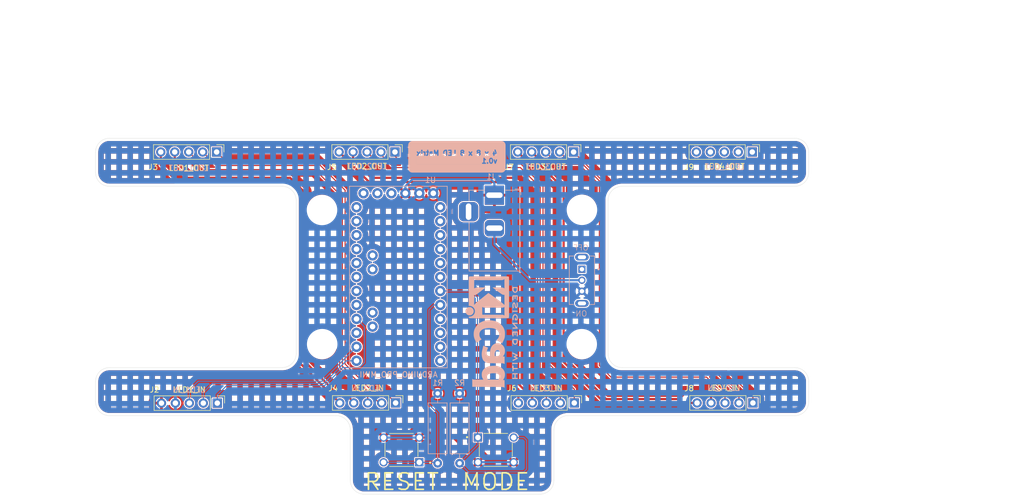
<source format=kicad_pcb>
(kicad_pcb (version 20240108) (generator "pcbnew") (generator_version "8.0")
  (title_block (title "4x8x8 LED Matrix") (date "2024-09-05") (rev "1") (company "AllOkay Solutions"))
  (layers (0 "F.Cu" mixed) (31 "B.Cu" mixed) (34 "B.Paste" user) (35 "F.Paste" user) (36 "B.SilkS" user "B.Silkscreen") (37 "F.SilkS" user "F.Silkscreen") (38 "B.Mask" user) (39 "F.Mask" user) (44 "Edge.Cuts" user))
  (property "BOARD_VERSION" "0")
  (net 0 "")
  (net 1 "VCC")
  (net 2 "/DIN0")
  (net 3 "GND")
  (net 4 "/CLK0")
  (net 5 "/CS0")
  (net 11 "/TIME_RESET")
  (net 12 "/MODE_SELECT")
  (net 42 "/VCC1")
  (net 43 "/CS1")
  (net 44 "/DIN1")
  (net 45 "/CLK1")
  (net 46 "/GND1")
  (net 47 "/DIN2")
  (net 48 "/VCC2")
  (net 49 "/CLK2")
  (net 50 "/CS2")
  (net 51 "/GND2")
  (net 52 "/GND3")
  (net 53 "/VCC3")
  (net 54 "/CS3")
  (net 55 "/DIN3")
  (net 56 "/CLK3")
  (net 57 "/GNDA")
  (footprint "Connector_PinHeader_2.54mm:PinHeader_1x05_P2.54mm_Vertical" (layer "F.Cu") (at 102.665 67.602 -90)
    (property "Reference" "J3")
    (property "Value" "Conn_01x05_Pin" (hide yes))
  )
  (footprint "MountingHole:MountingHole_2.5mm" (layer "F.Cu") (at 169.12 78.122)
    (property "Reference" "H3" (hide yes))
    (property "Value" "MountingHole")
  )
  (footprint "#download:SW_1825967-1" (layer "F.Cu") (at 136.285056 121.802947 180)
    (property "Reference" "S2" (hide yes))
    (property "Value" "1825967-1")
  )
  (footprint "Connector_PinHeader_2.54mm:PinHeader_1x05_P2.54mm_Vertical" (layer "F.Cu") (at 135.105 67.602 -90)
    (property "Reference" "J5")
    (property "Value" "Conn_01x05_Pin" (hide yes))
  )
  (footprint "MountingHole:MountingHole_2.5mm" (layer "F.Cu") (at 121.83 78.122)
    (property "Reference" "H1" (hide yes))
    (property "Value" "MountingHole")
  )
  (footprint "#download:SW_1825967-1" (layer "F.Cu") (at 153.450056 121.791154)
    (property "Reference" "S3" (hide yes))
    (property "Value" "1825967-1")
  )
  (footprint "Connector_PinHeader_2.54mm:PinHeader_1x05_P2.54mm_Vertical" (layer "F.Cu") (at 167.605 67.602 -90)
    (property "Reference" "J7")
    (property "Value" "Conn_01x05_Pin" (hide yes))
  )
  (footprint "MountingHole:MountingHole_2.5mm" (layer "F.Cu") (at 169.12 102.542)
    (property "Reference" "H4" (hide yes))
    (property "Value" "MountingHole")
  )
  (footprint "Connector_PinHeader_2.54mm:PinHeader_1x05_P2.54mm_Vertical" (layer "F.Cu") (at 200.225 113.252 -90)
    (property "Reference" "J8")
    (property "Value" "Conn_01x05_Pin" (hide yes))
  )
  (footprint "Connector_PinHeader_2.54mm:PinHeader_1x05_P2.54mm_Vertical" (layer "F.Cu") (at 102.785 113.282 -90)
    (property "Reference" "J2")
    (property "Value" "Conn_01x05_Pin" (hide yes))
  )
  (footprint "Connector_PinHeader_2.54mm:PinHeader_1x05_P2.54mm_Vertical" (layer "F.Cu") (at 135.225 113.252 -90)
    (property "Reference" "J4")
    (property "Value" "Conn_01x05_Pin" (hide yes))
  )
  (footprint "Connector_PinHeader_2.54mm:PinHeader_1x05_P2.54mm_Vertical" (layer "F.Cu") (at 167.725 113.252 -90)
    (property "Reference" "J6")
    (property "Value" "Conn_01x05_Pin" (hide yes))
  )
  (footprint "Connector_PinHeader_2.54mm:PinHeader_1x05_P2.54mm_Vertical" (layer "F.Cu") (at 200.105 67.602 -90)
    (property "Reference" "J9")
    (property "Value" "Conn_01x05_Pin" (hide yes))
  )
  (footprint "MountingHole:MountingHole_2.5mm" (layer "F.Cu") (at 121.83 102.542)
    (property "Reference" "H2" (hide yes))
    (property "Value" "MountingHole")
  )
  (footprint "Symbol:KiCad-Logo2_8mm_SilkScreen" (layer "B.Cu") (at 151.87 100.347 -90)
    (property "Reference" "REF**" (hide yes))
    (property "Value" "KiCad-Logo2_8mm_SilkScreen" (hide yes))
  )
  (footprint "#download:MODULE_ARDUINO_PRO_MINI" (layer "B.Cu") (at 135.73 90.347 180)
    (property "Reference" "U1")
    (property "Value" "ARDUINO_PRO_MINI")
  )
  (footprint "#download:SW_SS12D07VG4" (layer "B.Cu") (at 169.12 90.932 -90)
    (property "Reference" "S1" (hide yes))
    (property "Value" "SS12D07VG4")
  )
  (footprint "Connector_BarrelJack:BarrelJack_Horizontal" (layer "B.Cu") (at 153.1975 75.457 90)
    (property "Reference" "J1")
    (property "Value" "Barrel_Jack")
  )
  (footprint "Resistor_THT:R_Axial_DIN0309_L9.0mm_D3.2mm_P12.70mm_Horizontal" (layer "B.Cu") (at 146.87 111.522 -90)
    (property "Reference" "R2")
    (property "Value" "R")
  )
  (footprint "Resistor_THT:R_Axial_DIN0309_L9.0mm_D3.2mm_P12.70mm_Horizontal" (layer "B.Cu") (at 142.87 111.522 -90)
    (property "Reference" "R1")
    (property "Value" "R")
  )
  (gr_rect (start 138.262877 70.597) (end 154.477123 66.349798) (stroke (width 1.5)) (fill none) (layer "B.SilkS"))
  (gr_arc (start 176.42 106.817) (mid 174.623949 106.073051) (end 173.88 104.277) (stroke (width 0.05)) (layer "Edge.Cuts"))
  (gr_line (start 117.13 76.387) (end 117.13 104.277) (stroke (width 0.05)) (layer "Edge.Cuts"))
  (gr_line (start 83.17 73.847) (end 114.59 73.847) (stroke (width 0.05)) (layer "Edge.Cuts"))
  (gr_arc (start 164.035 127.307) (mid 163.291051 129.103051) (end 161.495 129.847) (stroke (width 0.05)) (layer "Edge.Cuts"))
  (gr_line (start 210.38 109.357) (end 210.38 113.027) (stroke (width 0.05)) (layer "Edge.Cuts"))
  (gr_line (start 83.17 106.817) (end 114.59 106.817) (stroke (width 0.05)) (layer "Edge.Cuts"))
  (gr_arc (start 114.59 73.847) (mid 116.386051 74.590949) (end 117.13 76.387) (stroke (width 0.05)) (layer "Edge.Cuts"))
  (gr_arc (start 210.38 71.307) (mid 209.636051 73.103051) (end 207.84 73.847) (stroke (width 0.05)) (layer "Edge.Cuts"))
  (gr_arc (start 80.63 109.357) (mid 81.373949 107.560949) (end 83.17 106.817) (stroke (width 0.05)) (layer "Edge.Cuts"))
  (gr_arc (start 83.17 115.567) (mid 81.373949 114.823051) (end 80.63 113.027) (stroke (width 0.05)) (layer "Edge.Cuts"))
  (gr_line (start 166.574884 115.568884) (end 207.84 115.567) (stroke (width 0.05)) (layer "Edge.Cuts"))
  (gr_arc (start 207.84 106.817) (mid 209.636051 107.560949) (end 210.38 109.357) (stroke (width 0.05)) (layer "Edge.Cuts"))
  (gr_line (start 80.63 67.637) (end 80.63 71.307) (stroke (width 0.05)) (layer "Edge.Cuts"))
  (gr_line (start 83.17 115.567) (end 124.425 115.569) (stroke (width 0.05)) (layer "Edge.Cuts"))
  (gr_arc (start 210.38 113.027) (mid 209.636051 114.823051) (end 207.84 115.567) (stroke (width 0.05)) (layer "Edge.Cuts"))
  (gr_line (start 83.17 65.097) (end 207.84 65.097) (stroke (width 0.05)) (layer "Edge.Cuts"))
  (gr_arc (start 207.84 65.097) (mid 209.636051 65.840949) (end 210.38 67.637) (stroke (width 0.05)) (layer "Edge.Cuts"))
  (gr_line (start 176.42 73.847) (end 207.84 73.847) (stroke (width 0.05)) (layer "Edge.Cuts"))
  (gr_line (start 126.965 118.109) (end 126.965 127.307) (stroke (width 0.05)) (layer "Edge.Cuts"))
  (gr_line (start 131.965 129.847) (end 161.495 129.847) (stroke (width 0.05)) (layer "Edge.Cuts"))
  (gr_line (start 210.38 67.637) (end 210.38 71.307) (stroke (width 0.05)) (layer "Edge.Cuts"))
  (gr_arc (start 164.035 118.108884) (mid 164.778913 116.312884) (end 166.574884 115.568884) (stroke (width 0.05)) (layer "Edge.Cuts"))
  (gr_arc (start 83.17 73.847) (mid 81.373949 73.103051) (end 80.63 71.307) (stroke (width 0.05)) (layer "Edge.Cuts"))
  (gr_arc (start 173.88 76.387) (mid 174.623949 74.590949) (end 176.42 73.847) (stroke (width 0.05)) (layer "Edge.Cuts"))
  (gr_arc (start 129.465005 129.846685) (mid 127.694864 129.088855) (end 126.965 127.307) (stroke (width 0.05)) (layer "Edge.Cuts"))
  (gr_arc (start 80.63 67.637) (mid 81.373949 65.840949) (end 83.17 65.097) (stroke (width 0.05)) (layer "Edge.Cuts"))
  (gr_arc (start 117.13 104.277) (mid 116.386051 106.073051) (end 114.59 106.817) (stroke (width 0.05)) (layer "Edge.Cuts"))
  (gr_line (start 80.63 113.027) (end 80.63 109.357) (stroke (width 0.05)) (layer "Edge.Cuts"))
  (gr_line (start 164.035 118.108884) (end 164.035 127.307) (stroke (width 0.05)) (layer "Edge.Cuts"))
  (gr_line (start 173.88 76.387) (end 173.88 104.277) (stroke (width 0.05)) (layer "Edge.Cuts"))
  (gr_line (start 176.42 106.817) (end 207.84 106.817) (stroke (width 0.05)) (layer "Edge.Cuts"))
  (gr_line (start 131.965 129.847) (end 129.465005 129.846685) (stroke (width 0.05)) (layer "Edge.Cuts"))
  (gr_arc (start 124.425 115.569) (mid 126.221051 116.312949) (end 126.965 118.109) (stroke (width 0.05)) (layer "Edge.Cuts"))
  (gr_text "ON" (at 170.12 97.597 0) (layer "B.SilkS") (effects (font (size 1 1) (thickness 0.1)) (justify left bottom mirror)))
  (gr_text "LED3_OUT" (at 162.476094 70.284893 0) (layer "B.SilkS") (effects (font (size 1 1)) (justify mirror)))
  (gr_text "OFF" (at 170.37 85.597 0) (layer "B.SilkS") (effects (font (size 1 1) (thickness 0.1)) (justify left bottom mirror)))
  (gr_text "LED4_IN" (at 194.935247 110.542957 0) (layer "B.SilkS") (effects (font (size 1 1)) (justify mirror)))
  (gr_text "LED2_OUT" (at 130.016941 70.197755 0) (layer "B.SilkS") (effects (font (size 1 1)) (justify mirror)))
  (gr_text "LED4_OUT" (at 195.109524 70.284893 0) (layer "B.SilkS") (effects (font (size 1 1)) (justify mirror)))
  (gr_text "4 x 8 x 8 LED Matrix\nv${BOARD_VERSION}.${REVISION}\n" (at 153.85285 69.765355 0) (layer "B.SilkS" knockout) (effects (font (size 0.9 0.9) (thickness 0.225) (bold yes)) (justify left bottom mirror)))
  (gr_text "LED2_IN" (at 130.12 110.597 0) (layer "B.SilkS") (effects (font (size 1 1)) (justify mirror)))
  (gr_text "LED1_OUT" (at 97.601357 70.546309 0) (layer "B.SilkS") (effects (font (size 1 1)) (justify mirror)))
  (gr_text "LED1_IN" (at 97.62 110.847 0) (layer "B.SilkS") (effects (font (size 1 1)) (justify mirror)))
  (gr_text "LED3_IN" (at 162.62 110.597 0) (layer "B.SilkS") (effects (font (size 1 1)) (justify mirror)))
  (gr_text "MODE" (at 147.12 129.347 0) (layer "F.SilkS") (effects (font (size 3 3) (thickness 0.3)) (justify left bottom)))
  (gr_text "RESET" (at 129.37 129.347 0) (layer "F.SilkS") (effects (font (size 3 3) (thickness 0.3)) (justify left bottom)))
  (segment (start 139.535056 119.552947) (end 145.711849 119.552947) (width 0.4) (layer "F.Cu") (net 1))
  (segment (start 145.711849 119.552947) (end 150.200056 124.041154) (width 0.4) (layer "F.Cu") (net 1))
  (segment (start 152.540056 72.552947) (end 138.290056 72.552947) (width 0.4) (layer "B.Cu") (net 1))
  (segment (start 156.700056 124.041154) (end 156.778263 124.041154) (width 0.4) (layer "B.Cu") (net 1))
  (segment (start 138.290056 72.552947) (end 137 73.843003) (width 0.4) (layer "B.Cu") (net 1))
  (segment (start 153.1975 73.210391) (end 152.540056 72.552947) (width 0.4) (layer "B.Cu") (net 1))
  (segment (start 139.535056 119.552947) (end 133.035056 119.552947) (width 0.4) (layer "B.Cu") (net 1))
  (segment (start 153.1975 75.457) (end 153.1975 73.210391) (width 0.4) (layer "B.Cu") (net 1))
  (segment (start 156.778263 124.041154) (end 150.200056 124.041154) (width 0.4) (layer "B.Cu") (net 1))
  (segment (start 156.778263 124.041154) (end 156.790056 124.052947) (width 0.4) (layer "B.Cu") (net 1))
  (segment (start 137 73.843003) (end 137 75.107) (width 0.4) (layer "B.Cu") (net 1))
  (segment (start 121.854053 109.302947) (end 128.11 103.047) (width 0.2) (layer "B.Cu") (net 2))
  (segment (start 97.705 113.282) (end 97.705 110.888003) (width 0.2) (layer "B.Cu") (net 2))
  (segment (start 97.705 110.888003) (end 99.290056 109.302947) (width 0.2) (layer "B.Cu") (net 2))
  (segment (start 99.290056 109.302947) (end 121.854053 109.302947) (width 0.2) (layer "B.Cu") (net 2))
  (segment (start 102.785 113.282) (end 102.785 111.802947) (width 0.2) (layer "B.Cu") (net 4))
  (segment (start 122.305742 110.102947) (end 125.581889 106.8268) (width 0.2) (layer "B.Cu") (net 4))
  (segment (start 129.540056 99.397056) (end 128.11 97.967) (width 0.2) (layer "B.Cu") (net 4))
  (segment (start 125.581889 106.8268) (end 128.623542 106.8268) (width 0.2) (layer "B.Cu") (net 4))
  (segment (start 128.623542 106.8268) (end 129.540056 105.910286) (width 0.2) (layer "B.Cu") (net 4))
  (segment (start 102.785 111.802947) (end 104.485 110.102947) (width 0.2) (layer "B.Cu") (net 4))
  (segment (start 104.485 110.102947) (end 122.305742 110.102947) (width 0.2) (layer "B.Cu") (net 4))
  (segment (start 129.540056 105.910286) (end 129.540056 99.397056) (width 0.2) (layer "B.Cu") (net 4))
  (segment (start 100.245 113.282) (end 100.245 111.348003) (width 0.2) (layer "B.Cu") (net 5))
  (segment (start 101.890056 109.702947) (end 122.140056 109.702947) (width 0.2) (layer "B.Cu") (net 5))
  (segment (start 122.140056 109.702947) (end 126.256003 105.587) (width 0.2) (layer "B.Cu") (net 5))
  (segment (start 100.245 111.348003) (end 101.890056 109.702947) (width 0.2) (layer "B.Cu") (net 5))
  (segment (start 126.256003 105.587) (end 128.11 105.587) (width 0.2) (layer "B.Cu") (net 5))
  (segment (start 142.166003 95.427) (end 141.290056 96.302947) (width 0.2) (layer "B.Cu") (net 11))
  (segment (start 141.290056 96.302947) (end 141.290056 113.552947) (width 0.2) (layer "B.Cu") (net 11))
  (segment (start 139.535056 124.052947) (end 133.035056 124.052947) (width 0.2) (layer "B.Cu") (net 11))
  (segment (start 139.535056 124.052947) (end 142.700947 124.052947) (width 0.2) (layer "B.Cu") (net 11))
  (segment (start 143.35 95.427) (end 142.166003 95.427) (width 0.2) (layer "B.Cu") (net 11))
  (segment (start 142.700947 124.052947) (end 142.87 124.222) (width 0.2) (layer "B.Cu") (net 11))
  (segment (start 141.290056 113.552947) (end 142.87 115.132891) (width 0.2) (layer "B.Cu") (net 11))
  (segment (start 142.87 115.132891) (end 142.87 124.222) (width 0.2) (layer "B.Cu") (net 11))
  (segment (start 146.87 124.222) (end 150.19651 120.89549) (width 0.2) (layer "B.Cu") (net 12))
  (segment (start 146.87 124.222) (end 148.450947 125.802947) (width 0.2) (layer "B.Cu") (net 12))
  (segment (start 158.528263 119.541154) (end 156.700056 119.541154) (width 0.2) (layer "B.Cu") (net 12))
  (segment (start 150.12195 94.052947) (end 150.12195 119.471053) (width 0.2) (layer "B.Cu") (net 12))
  (segment (start 150.12195 119.471053) (end 150.040056 119.552947) (width 0.2) (layer "B.Cu") (net 12))
  (segment (start 148.956003 92.887) (end 143.35 92.887) (width 0.2) (layer "B.Cu") (net 12))
  (segment (start 159.040056 125.302947) (end 159.040056 120.052947) (width 0.2) (layer "B.Cu") (net 12))
  (segment (start 148.450947 125.802947) (end 158.540056 125.802947) (width 0.2) (layer "B.Cu") (net 12))
  (segment (start 150.12195 94.052947) (end 148.956003 92.887) (width 0.2) (layer "B.Cu") (net 12))
  (segment (start 150.19651 120.89549) (end 150.19651 119.5447) (width 0.2) (layer "B.Cu") (net 12))
  (segment (start 158.540056 125.802947) (end 159.040056 125.302947) (width 0.2) (layer "B.Cu") (net 12))
  (segment (start 150.19651 119.5447) (end 150.200056 119.541154) (width 0.2) (layer "B.Cu") (net 12))
  (segment (start 159.040056 120.052947) (end 158.528263 119.541154) (width 0.2) (layer "B.Cu") (net 12))
  (segment (start 92.505 69.982) (end 92.505 67.602) (width 0.4) (layer "F.Cu") (net 42))
  (segment (start 117.83 106.017) (end 117.83 75.03277) (width 0.4) (layer "F.Cu") (net 42))
  (segment (start 125.065 113.252) (end 117.83 106.017) (width 0.4) (layer "F.Cu") (net 42))
  (segment (start 117.83 75.03277) (end 115.850177 73.052947) (width 0.4) (layer "F.Cu") (net 42))
  (segment (start 115.850177 73.052947) (end 95.575947 73.052947) (width 0.4) (layer "F.Cu") (net 42))
  (segment (start 95.575947 73.052947) (end 92.505 69.982) (width 0.4) (layer "F.Cu") (net 42))
  (segment (start 125.540056 75.020104) (end 120.572899 70.052947) (width 0.2) (layer "F.Cu") (net 43))
  (segment (start 132.239109 113.252) (end 125.540056 106.552947) (width 0.2) (layer "F.Cu") (net 43))
  (segment (start 102.575947 70.052947) (end 100.125 67.602) (width 0.2) (layer "F.Cu") (net 43))
  (segment (start 125.540056 106.552947) (end 125.540056 75.020104) (width 0.2) (layer "F.Cu") (net 43))
  (segment (start 120.572899 70.052947) (end 102.575947 70.052947) (width 0.2) (layer "F.Cu") (net 43))
  (segment (start 132.685 113.252) (end 132.239109 113.252) (width 0.2) (layer "F.Cu") (net 43))
  (segment (start 125.040056 75.302947) (end 120.540056 70.802947) (width 0.2) (layer "F.Cu") (net 44))
  (segment (start 120.540056 70.802947) (end 100.790056 70.802947) (width 0.2) (layer "F.Cu") (net 44))
  (segment (start 98.544165 68.557056) (end 98.540056 68.557056) (width 0.2) (layer "F.Cu") (net 44))
  (segment (start 100.790056 70.802947) (end 98.544165 68.557056) (width 0.2) (layer "F.Cu") (net 44))
  (segment (start 125.040056 106.802947) (end 125.040056 75.302947) (width 0.2) (layer "F.Cu") (net 44))
  (segment (start 98.540056 68.557056) (end 97.585 67.602) (width 0.2) (layer "F.Cu") (net 44))
  (segment (start 130.145 111.907891) (end 125.040056 106.802947) (width 0.2) (layer "F.Cu") (net 44))
  (segment (start 130.145 113.252) (end 130.145 111.907891) (width 0.2) (layer "F.Cu") (net 44))
  (segment (start 133.07 111.097) (end 130.962003 111.097) (width 0.2) (layer "F.Cu") (net 45))
  (segment (start 120.790056 69.302947) (end 104.365947 69.302947) (width 0.2) (layer "F.Cu") (net 45))
  (segment (start 126.040056 74.552947) (end 120.790056 69.302947) (width 0.2) (layer "F.Cu") (net 45))
  (segment (start 135.225 113.252) (end 133.07 111.097) (width 0.2) (layer "F.Cu") (net 45))
  (segment (start 130.962003 111.097) (end 126.040056 106.175053) (width 0.2) (layer "F.Cu") (net 45))
  (segment (start 126.040056 106.175053) (end 126.040056 74.552947) (width 0.2) (layer "F.Cu") (net 45))
  (segment (start 104.365947 69.302947) (end 102.665 67.602) (width 0.2) (layer "F.Cu") (net 45))
  (segment (start 118.540056 74.802947) (end 116.040056 72.302947) (width 0.4) (layer "F.Cu") (net 46))
  (segment (start 124.084109 111.097) (end 118.540056 105.552947) (width 0.4) (layer "F.Cu") (net 46))
  (segment (start 125.584109 111.097) (end 124.084109 111.097) (width 0.4) (layer "F.Cu") (net 46))
  (segment (start 127.605 113.117891) (end 125.584109 111.097) (width 0.4) (layer "F.Cu") (net 46))
  (segment (start 116.040056 72.302947) (end 97.325947 72.302947) (width 0.4) (layer "F.Cu") (net 46))
  (segment (start 97.325947 72.302947) (end 95.045 70.022) (width 0.4) (layer "F.Cu") (net 46))
  (segment (start 118.540056 105.552947) (end 118.540056 74.802947) (width 0.4) (layer "F.Cu") (net 46))
  (segment (start 127.605 113.252) (end 127.605 113.117891) (width 0.4) (layer "F.Cu") (net 46))
  (segment (start 95.045 70.022) (end 95.045 67.602) (width 0.4) (layer "F.Cu") (net 46))
  (segment (start 133.475947 71.052947) (end 130.025 67.602) (width 0.2) (layer "F.Cu") (net 47))
  (segment (start 162.645 110.657891) (end 161.040056 109.052947) (width 0.2) (layer "F.Cu") (net 47))
  (segment (start 162.645 113.252) (end 162.645 110.657891) (width 0.2) (layer "F.Cu") (net 47))
  (segment (start 161.040056 74.302947) (end 157.790056 71.052947) (width 0.2) (layer "F.Cu") (net 47))
  (segment (start 157.790056 71.052947) (end 133.475947 71.052947) (width 0.2) (layer "F.Cu") (net 47))
  (segment (start 161.040056 109.052947) (end 161.040056 74.302947) (width 0.2) (layer "F.Cu") (net 47))
  (segment (start 156.290056 73.052947) (end 130.395947 73.052947) (width 0.4) (layer "F.Cu") (net 48))
  (segment (start 156.790056 73.552947) (end 156.290056 73.052947) (width 0.4) (layer "F.Cu") (net 48))
  (segment (start 157.565 110.827891) (end 156.790056 110.052947) (width 0.4) (layer "F.Cu") (net 48))
  (segment (start 130.395947 73.052947) (end 124.945 67.602) (width 0.4) (layer "F.Cu") (net 48))
  (segment (start 156.790056 110.052947) (end 156.790056 73.552947) (width 0.4) (layer "F.Cu") (net 48))
  (segment (start 157.565 113.252) (end 157.565 110.827891) (width 0.4) (layer "F.Cu") (net 48))
  (segment (start 162.040056 105.052947) (end 162.040056 73.802947) (width 0.2) (layer "F.Cu") (net 49))
  (segment (start 158.040056 69.802947) (end 136.548002 69.802947) (width 0.2) (layer "F.Cu") (net 49))
  (segment (start 167.725 113.252) (end 167.725 110.737891) (width 0.2) (layer "F.Cu") (net 49))
  (segment (start 162.040056 73.802947) (end 158.040056 69.802947) (width 0.2) (layer "F.Cu") (net 49))
  (segment (start 136.548002 69.802947) (end 135.105 68.359945) (width 0.2) (layer "F.Cu") (net 49))
  (segment (start 135.105 68.359945) (end 135.105 67.602) (width 0.2) (layer "F.Cu") (net 49))
  (segment (start 167.725 110.737891) (end 162.040056 105.052947) (width 0.2) (layer "F.Cu") (net 49))
  (segment (start 157.917381 70.430272) (end 134.905326 70.430272) (width 0.2) (layer "F.Cu") (net 50))
  (segment (start 165.185 113.252) (end 165.185 110.697891) (width 0.2) (layer "F.Cu") (net 50))
  (segment (start 161.540056 107.052947) (end 161.540056 74.052947) (width 0.2) (layer "F.Cu") (net 50))
  (segment (start 165.185 110.697891) (end 161.540056 107.052947) (width 0.2) (layer "F.Cu") (net 50))
  (segment (start 161.540056 74.052947) (end 157.917381 70.430272) (width 0.2) (layer "F.Cu") (net 50))
  (segment (start 132.565 68.089946) (end 132.565 67.602) (width 0.2) (layer "F.Cu") (net 50))
  (segment (start 134.905326 70.430272) (end 132.565 68.089946) (width 0.2) (layer "F.Cu") (net 50))
  (segment (start 160.105 113.252) (end 160.105 112.332) (width 0.4) (layer "F.Cu") (net 51))
  (segment (start 130.808001 72.302947) (end 127.485 68.979946) (width 0.4) (layer "F.Cu") (net 51))
  (segment (start 156.540056 72.302947) (end 130.808001 72.302947) (width 0.4) (layer "F.Cu") (net 51))
  (segment (start 157.540056 73.302947) (end 156.540056 72.302947) (width 0.4) (layer "F.Cu") (net 51))
  (segment (start 157.540056 109.767056) (end 157.540056 73.302947) (width 0.4) (layer "F.Cu") (net 51))
  (segment (start 160.105 112.332) (end 157.540056 109.767056) (width 0.4) (layer "F.Cu") (net 51))
  (segment (start 127.485 68.979946) (end 127.485 67.602) (width 0.4) (layer "F.Cu") (net 51))
  (segment (start 186.790056 112.552947) (end 173.540056 112.552947) (width 0.4) (layer "F.Cu") (net 52))
  (segment (start 192.605 112.052947) (end 192.105 111.552947) (width 0.4) (layer "F.Cu") (net 52))
  (segment (start 173.540056 112.552947) (end 165.790056 104.802947) (width 0.4) (layer "F.Cu") (net 52))
  (segment (start 192.105 111.552947) (end 187.790056 111.552947) (width 0.4) (layer "F.Cu") (net 52))
  (segment (start 165.790056 104.802947) (end 165.790056 73.407056) (width 0.4) (layer "F.Cu") (net 52))
  (segment (start 187.790056 111.552947) (end 186.790056 112.552947) (width 0.4) (layer "F.Cu") (net 52))
  (segment (start 165.790056 73.407056) (end 159.985 67.602) (width 0.4) (layer "F.Cu") (net 52))
  (segment (start 192.605 113.252) (end 192.605 112.052947) (width 0.4) (layer "F.Cu") (net 52))
  (segment (start 159.69 69.847) (end 157.445 67.602) (width 0.4) (layer "F.Cu") (net 53))
  (segment (start 190.065 113.252) (end 173.239109 113.252) (width 0.4) (layer "F.Cu") (net 53))
  (segment (start 161.381472 69.847) (end 159.69 69.847) (width 0.4) (layer "F.Cu") (net 53))
  (segment (start 165.190056 105.202947) (end 165.190056 73.655584) (width 0.4) (layer "F.Cu") (net 53))
  (segment (start 165.190056 73.655584) (end 161.381472 69.847) (width 0.4) (layer "F.Cu") (net 53))
  (segment (start 173.239109 113.252) (end 165.190056 105.202947) (width 0.4) (layer "F.Cu") (net 53))
  (segment (start 172.790056 73.352742) (end 168.884314 69.447) (width 0.2) (layer "F.Cu") (net 54))
  (segment (start 174.647645 108.052947) (end 172.790056 106.195358) (width 0.2) (layer "F.Cu") (net 54))
  (segment (start 197.685 113.252) (end 197.685 111.912) (width 0.2) (layer "F.Cu") (net 54))
  (segment (start 197.685 111.912) (end 193.825947 108.052947) (width 0.2) (layer "F.Cu") (net 54))
  (segment (start 168.884314 69.447) (end 166.91 69.447) (width 0.2) (layer "F.Cu") (net 54))
  (segment (start 166.91 69.447) (end 165.065 67.602) (width 0.2) (layer "F.Cu") (net 54))
  (segment (start 172.790056 106.195358) (end 172.790056 73.352742) (width 0.2) (layer "F.Cu") (net 54))
  (segment (start 193.825947 108.052947) (end 174.647645 108.052947) (width 0.2) (layer "F.Cu") (net 54))
  (segment (start 172.290056 73.552947) (end 168.584109 69.847) (width 0.2) (layer "F.Cu") (net 55))
  (segment (start 191.790056 108.552947) (end 174.403656 108.552947) (width 0.2) (layer "F.Cu") (net 55))
  (segment (start 195.145 111.907891) (end 191.790056 108.552947) (width 0.2) (layer "F.Cu") (net 55))
  (segment (start 168.584109 69.847) (end 164.77 69.847) (width 0.2) (layer "F.Cu") (net 55))
  (segment (start 195.145 113.252) (end 195.145 111.907891) (width 0.2) (layer "F.Cu") (net 55))
  (segment (start 172.290056 106.439347) (end 172.290056 73.552947) (width 0.2) (layer "F.Cu") (net 55))
  (segment (start 174.403656 108.552947) (end 172.290056 106.439347) (width 0.2) (layer "F.Cu") (net 55))
  (segment (start 164.77 69.847) (end 162.525 67.602) (width 0.2) (layer "F.Cu") (net 55))
  (segment (start 200.225 112.202) (end 195.44 107.417) (width 0.2) (layer "F.Cu") (net 56))
  (segment (start 195.44 107.417) (end 174.69 107.417) (width 0.2) (layer "F.Cu") (net 56))
  (segment (start 173.28 73.277) (end 167.605 67.602) (width 0.2) (layer "F.Cu") (net 56))
  (segment (start 173.28 106.007) (end 173.28 73.277) (width 0.2) (layer "F.Cu") (net 56))
  (segment (start 200.225 113.252) (end 200.225 112.202) (width 0.2) (layer "F.Cu") (net 56))
  (segment (start 174.69 107.417) (end 173.28 106.007) (width 0.2) (layer "F.Cu") (net 56))
  (segment (start 153.1975 84.397846) (end 159.731654 90.932) (width 0.4) (layer "B.Cu") (net 57))
  (segment (start 153.1975 81.457) (end 153.1975 84.397846) (width 0.4) (layer "B.Cu") (net 57))
  (segment (start 159.731654 90.932) (end 169.12 90.932) (width 0.4) (layer "B.Cu") (net 57))
  (zone (net 0) (net_name "") (layer "F.Cu") (connect_pads (clearance 0)) (min_thickness 0.3)
    (keepout (tracks allowed) (vias allowed) (pads allowed) (copperpour not_allowed) (footprints allowed))
    (fill (mode hatch) (thermal_gap 0.5) (thermal_bridge_width 0.5) (hatch_thickness 1) (hatch_gap 1) (hatch_orientation 0) (hatch_border_algorithm hatch_thickness) (hatch_min_hole_area 0.3))
    (polygon (pts (xy 124.612467 102.542) (xy 124.59218 102.206611) (xy 124.531614 101.876112) (xy 124.431652 101.555324) (xy 124.293752 101.248923) (xy 124.119925 100.961379) (xy 123.912706 100.696883) (xy 123.675117 100.459294) (xy 123.410621 100.252075) (xy 123.123077 100.078248) (xy 122.816676 99.940348) (xy 122.495888 99.840386) (xy 122.165389 99.77982) (xy 121.83 99.759533) (xy 121.494611 99.77982) (xy 121.164112 99.840386) (xy 120.843324 99.940348) (xy 120.536923 100.078248) (xy 120.249379 100.252075) (xy 119.984883 100.459294) (xy 119.747294 100.696883) (xy 119.540075 100.961379) (xy 119.366248 101.248923) (xy 119.228348 101.555324) (xy 119.128386 101.876112) (xy 119.06782 102.206611) (xy 119.047533 102.542) (xy 119.06782 102.877389) (xy 119.128386 103.207888) (xy 119.228348 103.528676) (xy 119.366248 103.835077) (xy 119.540075 104.122621) (xy 119.747294 104.387117) (xy 119.984883 104.624706) (xy 120.249379 104.831925) (xy 120.536923 105.005752) (xy 120.843324 105.143652) (xy 121.164112 105.243614) (xy 121.494611 105.30418) (xy 121.83 105.324467) (xy 122.165389 105.30418) (xy 122.495888 105.243614) (xy 122.816676 105.143652) (xy 123.123077 105.005752) (xy 123.410621 104.831925) (xy 123.675117 104.624706) (xy 123.912706 104.387117) (xy 124.119925 104.122621) (xy 124.293752 103.835077) (xy 124.431652 103.528676) (xy 124.531614 103.207888) (xy 124.59218 102.877389) (xy 124.612467 102.542)))
  )
  (zone (net 0) (net_name "") (layer "F.Cu") (connect_pads (clearance 0)) (min_thickness 0.3)
    (keepout (tracks allowed) (vias allowed) (pads allowed) (copperpour not_allowed) (footprints allowed))
    (fill (mode hatch) (thermal_gap 0.5) (thermal_bridge_width 0.5) (hatch_thickness 1) (hatch_gap 1) (hatch_orientation 0) (hatch_border_algorithm hatch_thickness) (hatch_min_hole_area 0.3))
    (polygon (pts (xy 124.63556 78.146021) (xy 124.615273 77.810632) (xy 124.554707 77.480133) (xy 124.454745 77.159345) (xy 124.316845 76.852944) (xy 124.143018 76.5654) (xy 123.935799 76.300904) (xy 123.69821 76.063315) (xy 123.433714 75.856096) (xy 123.14617 75.682269) (xy 122.839769 75.544369) (xy 122.518981 75.444407) (xy 122.188482 75.383841) (xy 121.853093 75.363554) (xy 121.517704 75.383841) (xy 121.187205 75.444407) (xy 120.866417 75.544369) (xy 120.560016 75.682269) (xy 120.272472 75.856096) (xy 120.007976 76.063315) (xy 119.770387 76.300904) (xy 119.563168 76.5654) (xy 119.389341 76.852944) (xy 119.251441 77.159345) (xy 119.151479 77.480133) (xy 119.090913 77.810632) (xy 119.070626 78.146021) (xy 119.090913 78.48141) (xy 119.151479 78.811909) (xy 119.251441 79.132697) (xy 119.389341 79.439098) (xy 119.563168 79.726642) (xy 119.770387 79.991138) (xy 120.007976 80.228727) (xy 120.272472 80.435946) (xy 120.560016 80.609773) (xy 120.866417 80.747673) (xy 121.187205 80.847635) (xy 121.517704 80.908201) (xy 121.853093 80.928488) (xy 122.188482 80.908201) (xy 122.518981 80.847635) (xy 122.839769 80.747673) (xy 123.14617 80.609773) (xy 123.433714 80.435946) (xy 123.69821 80.228727) (xy 123.935799 79.991138) (xy 124.143018 79.726642) (xy 124.316845 79.439098) (xy 124.454745 79.132697) (xy 124.554707 78.811909) (xy 124.615273 78.48141)))
  )
  (zone (net 1) (net_name "VCC") (layer "F.Cu") (connect_pads (clearance 0)) (min_thickness 0.3) (fill yes (mode hatch) (thermal_gap 0.5) (thermal_bridge_width 0.5) (hatch_thickness 1) (hatch_gap 1) (hatch_orientation 0) (hatch_border_algorithm hatch_thickness) (hatch_min_hole_area 0.3))
    (polygon (pts (xy 129.426663 129.876685) (xy 129.262087 129.871482) (xy 128.936284 129.823796) (xy 128.619374 129.734407) (xy 128.316673 129.604815) (xy 128.033257 129.437193) (xy 127.773878 129.234352) (xy 127.542886 128.999694) (xy 127.344155 128.737153) (xy 127.181016 128.451133) (xy 127.056207 128.146429) (xy 126.971819 127.828151) (xy 126.929269 127.501637) (xy 126.926658 127.337) (xy 126.926658 118.139) (xy 126.924341 117.985498) (xy 126.887336 117.680734) (xy 126.813865 117.382652) (xy 126.705 117.095599) (xy 126.562329 116.823761) (xy 126.387931 116.571103) (xy 126.18435 116.341308) (xy 125.954555 116.137727) (xy 125.701897 115.963329) (xy 125.430059 115.820658) (xy 125.143006 115.711793) (xy 124.844924 115.638322) (xy 124.54016 115.601317) (xy 124.386658 115.599) (xy 83.131658 115.597) (xy 82.978156 115.594683) (xy 82.673392 115.557678) (xy 82.37531 115.484207) (xy 82.088257 115.375342) (xy 81.816419 115.232671) (xy 81.563761 115.058273) (xy 81.333966 114.854692) (xy 81.130385 114.624897) (xy 80.955987 114.372239) (xy 80.813316 114.100401) (xy 80.704451 113.813348) (xy 80.63098 113.515266) (xy 80.593975 113.210502) (xy 80.591658 113.057) (xy 80.591658 109.387) (xy 80.593975 109.233498) (xy 80.63098 108.928734) (xy 80.704451 108.630652) (xy 80.813316 108.343599) (xy 80.955987 108.071761) (xy 81.130385 107.819103) (xy 81.333966 107.589308) (xy 81.563761 107.385727) (xy 81.816419 107.211329) (xy 82.088257 107.068658) (xy 82.37531 106.959793) (xy 82.673392 106.886322) (xy 82.978156 106.849317) (xy 83.131658 106.847) (xy 114.551658 106.847) (xy 114.70516 106.844683) (xy 115.009924 106.807678) (xy 115.308006 106.734207) (xy 115.595059 106.625342) (xy 115.866897 106.482671) (xy 116.119555 106.308273) (xy 116.34935 106.104692) (xy 116.552931 105.874897) (xy 116.727329 105.622239) (xy 116.87 105.350401) (xy 116.978865 105.063348) (xy 117.052336 104.765266) (xy 117.089341 104.460502) (xy 117.091658 104.307) (xy 117.091658 76.417) (xy 117.089341 76.263498) (xy 117.052336 75.958734) (xy 116.978865 75.660652) (xy 116.87 75.373599) (xy 116.727329 75.101761) (xy 116.552931 74.849103) (xy 116.34935 74.619308) (xy 116.119555 74.415727) (xy 115.866897 74.241329) (xy 115.595059 74.098658) (xy 115.308006 73.989793) (xy 115.009924 73.916322) (xy 114.70516 73.879317) (xy 114.551658 73.877) (xy 83.131658 73.877) (xy 82.978156 73.874683) (xy 82.673392 73.837678) (xy 82.37531 73.764207) (xy 82.088257 73.655342) (xy 81.816419 73.512671) (xy 81.563761 73.338273) (xy 81.333966 73.134692) (xy 81.130385 72.904897) (xy 80.955987 72.652239) (xy 80.813316 72.380401) (xy 80.704451 72.093348) (xy 80.63098 71.795266) (xy 80.593975 71.490502) (xy 80.591658 71.337) (xy 80.591658 67.667) (xy 80.593975 67.513498) (xy 80.63098 67.208734) (xy 80.704451 66.910652) (xy 80.813316 66.623599) (xy 80.955987 66.351761) (xy 81.130385 66.099103) (xy 81.333966 65.869308) (xy 81.563761 65.665727) (xy 81.816419 65.491329) (xy 82.088257 65.348658) (xy 82.37531 65.239793) (xy 82.673392 65.166322) (xy 82.978156 65.129317) (xy 83.131658 65.127) (xy 207.801658 65.127) (xy 207.95516 65.129317) (xy 208.259924 65.166322) (xy 208.558006 65.239793) (xy 208.845059 65.348658) (xy 209.116897 65.491329) (xy 209.369555 65.665727) (xy 209.59935 65.869308) (xy 209.802931 66.099103) (xy 209.977329 66.351761) (xy 210.12 66.623599) (xy 210.228865 66.910652) (xy 210.302336 67.208734) (xy 210.339341 67.513498) (xy 210.341658 67.667) (xy 210.341658 71.337) (xy 210.339341 71.490502) (xy 210.302336 71.795266) (xy 210.228865 72.093348) (xy 210.12 72.380401) (xy 209.977329 72.652239) (xy 209.802931 72.904897) (xy 209.59935 73.134692) (xy 209.369555 73.338273) (xy 209.116897 73.512671) (xy 208.845059 73.655342) (xy 208.558006 73.764207) (xy 208.259924 73.837678) (xy 207.95516 73.874683) (xy 207.801658 73.877) (xy 176.381658 73.877) (xy 176.228156 73.879317) (xy 175.923392 73.916322) (xy 175.62531 73.989793) (xy 175.338257 74.098658) (xy 175.066419 74.241329) (xy 174.813761 74.415727) (xy 174.583966 74.619308) (xy 174.380385 74.849103) (xy 174.205987 75.101761) (xy 174.063316 75.373599) (xy 173.954451 75.660652) (xy 173.88098 75.958734) (xy 173.843975 76.263498) (xy 173.841658 76.417) (xy 173.841658 104.307) (xy 173.843975 104.460502) (xy 173.88098 104.765266) (xy 173.954451 105.063348) (xy 174.063316 105.350401) (xy 174.205987 105.622239) (xy 174.380385 105.874897) (xy 174.583966 106.104692) (xy 174.813761 106.308273) (xy 175.066419 106.482671) (xy 175.338257 106.625342) (xy 175.62531 106.734207) (xy 175.923392 106.807678) (xy 176.228156 106.844683) (xy 176.381658 106.847) (xy 207.801658 106.847) (xy 207.95516 106.849317) (xy 208.259924 106.886322) (xy 208.558006 106.959793) (xy 208.845059 107.068658) (xy 209.116897 107.211329) (xy 209.369555 107.385727) (xy 209.59935 107.589308) (xy 209.802931 107.819103) (xy 209.977329 108.071761) (xy 210.12 108.343599) (xy 210.228865 108.630652) (xy 210.302336 108.928734) (xy 210.339341 109.233498) (xy 210.341658 109.387) (xy 210.341658 113.057) (xy 210.339341 113.210502) (xy 210.302336 113.515266) (xy 210.228865 113.813348) (xy 210.12 114.100401) (xy 209.977329 114.372239) (xy 209.802931 114.624897) (xy 209.59935 114.854692) (xy 209.369555 115.058273) (xy 209.116897 115.232671) (xy 208.845059 115.375342) (xy 208.558006 115.484207) (xy 208.259924 115.557678) (xy 207.95516 115.594683) (xy 207.801658 115.597) (xy 166.536542 115.598884) (xy 166.383045 115.601209) (xy 166.078292 115.638229) (xy 165.780223 115.71171) (xy 165.493184 115.820583) (xy 165.22136 115.96326) (xy 164.968714 116.13766) (xy 164.738932 116.34124) (xy 164.535362 116.571032) (xy 164.360974 116.823685) (xy 164.21831 117.095516) (xy 164.10945 117.38256) (xy 164.035982 117.680633) (xy 163.998976 117.985387) (xy 163.996658 118.138884) (xy 163.996658 127.337) (xy 163.994341 127.490502) (xy 163.957336 127.795266) (xy 163.883865 128.093348) (xy 163.775 128.380401) (xy 163.632329 128.652239) (xy 163.457931 128.904897) (xy 163.25435 129.134692) (xy 163.024555 129.338273) (xy 162.771897 129.512671) (xy 162.500059 129.655342) (xy 162.213006 129.764207) (xy 161.914924 129.837678) (xy 161.61016 129.874683) (xy 161.456658 129.877) (xy 131.926658 129.877)))
  )
  (zone (net 0) (net_name "") (layer "F.Cu") (connect_pads (clearance 0)) (min_thickness 0.3)
    (keepout (tracks allowed) (vias allowed) (pads allowed) (copperpour not_allowed) (footprints allowed))
    (fill (mode hatch) (thermal_gap 0.5) (thermal_bridge_width 0.5) (hatch_thickness 1) (hatch_gap 1) (hatch_orientation 0) (hatch_border_algorithm hatch_thickness) (hatch_min_hole_area 0.3))
    (polygon (pts (xy 171.901248 102.557488) (xy 171.880961 102.222099) (xy 171.820395 101.8916) (xy 171.720433 101.570812) (xy 171.582533 101.264411) (xy 171.408706 100.976867) (xy 171.201487 100.712371) (xy 170.963898 100.474782) (xy 170.699402 100.267563) (xy 170.411858 100.093736) (xy 170.105457 99.955836) (xy 169.784669 99.855874) (xy 169.45417 99.795308) (xy 169.118781 99.775021) (xy 168.783392 99.795308) (xy 168.452893 99.855874) (xy 168.132105 99.955836) (xy 167.825704 100.093736) (xy 167.53816 100.267563) (xy 167.273664 100.474782) (xy 167.036075 100.712371) (xy 166.828856 100.976867) (xy 166.655029 101.264411) (xy 166.517129 101.570812) (xy 166.417167 101.8916) (xy 166.356601 102.222099) (xy 166.336314 102.557488) (xy 166.356601 102.892877) (xy 166.417167 103.223376) (xy 166.517129 103.544164) (xy 166.655029 103.850565) (xy 166.828856 104.138109) (xy 167.036075 104.402605) (xy 167.273664 104.640194) (xy 167.53816 104.847413) (xy 167.825704 105.02124) (xy 168.132105 105.15914) (xy 168.452893 105.259102) (xy 168.783392 105.319668) (xy 169.118781 105.339955) (xy 169.45417 105.319668) (xy 169.784669 105.259102) (xy 170.105457 105.15914) (xy 170.411858 105.02124) (xy 170.699402 104.847413) (xy 170.963898 104.640194) (xy 171.201487 104.402605) (xy 171.408706 104.138109) (xy 171.582533 103.850565) (xy 171.720433 103.544164) (xy 171.820395 103.223376) (xy 171.880961 102.892877)))
  )
  (zone (net 0) (net_name "") (layer "F.Cu") (connect_pads (clearance 0)) (min_thickness 0.3)
    (keepout (tracks allowed) (vias allowed) (pads allowed) (copperpour not_allowed) (footprints allowed))
    (fill (mode hatch) (thermal_gap 0.5) (thermal_bridge_width 0.5) (hatch_thickness 1) (hatch_gap 1) (hatch_orientation 0) (hatch_border_algorithm hatch_thickness) (hatch_min_hole_area 0.3))
    (polygon (pts (xy 171.901248 78.113121) (xy 171.880961 77.777732) (xy 171.820395 77.447233) (xy 171.720433 77.126445) (xy 171.582533 76.820044) (xy 171.408706 76.5325) (xy 171.201487 76.268004) (xy 170.963898 76.030415) (xy 170.699402 75.823196) (xy 170.411858 75.649369) (xy 170.105457 75.511469) (xy 169.784669 75.411507) (xy 169.45417 75.350941) (xy 169.118781 75.330654) (xy 168.783392 75.350941) (xy 168.452893 75.411507) (xy 168.132105 75.511469) (xy 167.825704 75.649369) (xy 167.53816 75.823196) (xy 167.273664 76.030415) (xy 167.036075 76.268004) (xy 166.828856 76.5325) (xy 166.655029 76.820044) (xy 166.517129 77.126445) (xy 166.417167 77.447233) (xy 166.356601 77.777732) (xy 166.336314 78.113121) (xy 166.356601 78.44851) (xy 166.417167 78.779009) (xy 166.517129 79.099797) (xy 166.655029 79.406198) (xy 166.828856 79.693742) (xy 167.036075 79.958238) (xy 167.273664 80.195827) (xy 167.53816 80.403046) (xy 167.825704 80.576873) (xy 168.132105 80.714773) (xy 168.452893 80.814735) (xy 168.783392 80.875301) (xy 169.118781 80.895588) (xy 169.45417 80.875301) (xy 169.784669 80.814735) (xy 170.105457 80.714773) (xy 170.411858 80.576873) (xy 170.699402 80.403046) (xy 170.963898 80.195827) (xy 171.201487 79.958238) (xy 171.408706 79.693742) (xy 171.582533 79.406198) (xy 171.720433 79.099797) (xy 171.820395 78.779009) (xy 171.880961 78.44851)))
  )
  (zone (net 0) (net_name "") (layer "B.Cu") (connect_pads (clearance 0)) (min_thickness 0.3)
    (keepout (tracks allowed) (vias allowed) (pads allowed) (copperpour not_allowed) (footprints allowed))
    (fill (mode hatch) (thermal_gap 0.5) (thermal_bridge_width 0.5) (hatch_thickness 1) (hatch_gap 1) (hatch_orientation 0) (hatch_border_algorithm hatch_thickness) (hatch_min_hole_area 0.3))
    (polygon (pts (xy 124.65084 102.56549) (xy 124.630553 102.230101) (xy 124.569987 101.899602) (xy 124.470025 101.578814) (xy 124.332125 101.272413) (xy 124.158298 100.984869) (xy 123.951079 100.720373) (xy 123.71349 100.482784) (xy 123.448994 100.275565) (xy 123.16145 100.101738) (xy 122.855049 99.963838) (xy 122.534261 99.863876) (xy 122.203762 99.80331) (xy 121.868373 99.783023) (xy 121.532984 99.80331) (xy 121.202485 99.863876) (xy 120.881697 99.963838) (xy 120.575296 100.101738) (xy 120.287752 100.275565) (xy 120.023256 100.482784) (xy 119.785667 100.720373) (xy 119.578448 100.984869) (xy 119.404621 101.272413) (xy 119.266721 101.578814) (xy 119.166759 101.899602) (xy 119.106193 102.230101) (xy 119.085906 102.56549) (xy 119.106193 102.900879) (xy 119.166759 103.231378) (xy 119.266721 103.552166) (xy 119.404621 103.858567) (xy 119.578448 104.146111) (xy 119.785667 104.410607) (xy 120.023256 104.648196) (xy 120.287752 104.855415) (xy 120.575296 105.029242) (xy 120.881697 105.167142) (xy 121.202485 105.267104) (xy 121.532984 105.32767) (xy 121.868373 105.347957) (xy 122.203762 105.32767) (xy 122.534261 105.267104) (xy 122.855049 105.167142) (xy 123.16145 105.029242) (xy 123.448994 104.855415) (xy 123.71349 104.648196) (xy 123.951079 104.410607) (xy 124.158298 104.146111) (xy 124.332125 103.858567) (xy 124.470025 103.552166) (xy 124.569987 103.231378) (xy 124.630553 102.900879)))
  )
  (zone (net 0) (net_name "") (layer "B.Cu") (connect_pads (clearance 0)) (min_thickness 0.3)
    (keepout (tracks allowed) (vias allowed) (pads allowed) (copperpour not_allowed) (footprints allowed))
    (fill (mode hatch) (thermal_gap 0.5) (thermal_bridge_width 0.5) (hatch_thickness 1) (hatch_gap 1) (hatch_orientation 0) (hatch_border_algorithm hatch_thickness) (hatch_min_hole_area 0.3))
    (polygon (pts (xy 124.616219 78.140077) (xy 124.595932 77.804688) (xy 124.535366 77.474189) (xy 124.435404 77.153401) (xy 124.297504 76.847) (xy 124.123677 76.559456) (xy 123.916458 76.29496) (xy 123.678869 76.057371) (xy 123.414373 75.850152) (xy 123.126829 75.676325) (xy 122.820428 75.538425) (xy 122.49964 75.438463) (xy 122.169141 75.377897) (xy 121.833752 75.35761) (xy 121.498363 75.377897) (xy 121.167864 75.438463) (xy 120.847076 75.538425) (xy 120.540675 75.676325) (xy 120.253131 75.850152) (xy 119.988635 76.057371) (xy 119.751046 76.29496) (xy 119.543827 76.559456) (xy 119.37 76.847) (xy 119.2321 77.153401) (xy 119.132138 77.474189) (xy 119.071572 77.804688) (xy 119.051285 78.140077) (xy 119.071572 78.475466) (xy 119.132138 78.805965) (xy 119.2321 79.126753) (xy 119.37 79.433154) (xy 119.543827 79.720698) (xy 119.751046 79.985194) (xy 119.988635 80.222783) (xy 120.253131 80.430002) (xy 120.540675 80.603829) (xy 120.847076 80.741729) (xy 121.167864 80.841691) (xy 121.498363 80.902257) (xy 121.833752 80.922544) (xy 122.169141 80.902257) (xy 122.49964 80.841691) (xy 122.820428 80.741729) (xy 123.126829 80.603829) (xy 123.414373 80.430002) (xy 123.678869 80.222783) (xy 123.916458 79.985194) (xy 124.123677 79.720698) (xy 124.297504 79.433154) (xy 124.435404 79.126753) (xy 124.535366 78.805965) (xy 124.595932 78.475466)))
  )
  (zone (net 3) (net_name "GND") (layer "B.Cu") (connect_pads (clearance 0)) (min_thickness 0.3) (fill yes (mode hatch) (thermal_gap 0.5) (thermal_bridge_width 0.5) (hatch_thickness 1) (hatch_gap 1) (hatch_orientation 0) (hatch_border_algorithm hatch_thickness) (hatch_min_hole_area 0.3))
    (polygon (pts (xy 129.436306 129.844618) (xy 129.271728 129.839442) (xy 128.945921 129.791755) (xy 128.629008 129.702365) (xy 128.326304 129.572772) (xy 128.042885 129.405149) (xy 127.783503 129.202306) (xy 127.552509 128.967645) (xy 127.353775 128.705101) (xy 127.190635 128.419078) (xy 127.065824 128.11437) (xy 126.981436 127.79609) (xy 126.938885 127.469572) (xy 126.936301 127.304933) (xy 126.936301 118.106933) (xy 126.934007 117.95343) (xy 126.897001 117.648663) (xy 126.82353 117.350578) (xy 126.714664 117.063522) (xy 126.571991 116.791682) (xy 126.397592 116.539021) (xy 126.19401 116.309224) (xy 125.964213 116.105642) (xy 125.711552 115.931243) (xy 125.439712 115.78857) (xy 125.152656 115.679704) (xy 124.854571 115.606233) (xy 124.549804 115.569227) (xy 124.396301 115.566933) (xy 83.141301 115.564933) (xy 82.987798 115.562639) (xy 82.683031 115.525633) (xy 82.384946 115.452162) (xy 82.09789 115.343296) (xy 81.82605 115.200623) (xy 81.573389 115.026224) (xy 81.343592 114.822642) (xy 81.14001 114.592845) (xy 80.965611 114.340184) (xy 80.822938 114.068344) (xy 80.714072 113.781288) (xy 80.640601 113.483203) (xy 80.603595 113.178436) (xy 80.601301 113.024933) (xy 80.601301 109.354933) (xy 80.603595 109.20143) (xy 80.640601 108.896663) (xy 80.714072 108.598578) (xy 80.822938 108.311522) (xy 80.965611 108.039682) (xy 81.14001 107.787021) (xy 81.343592 107.557224) (xy 81.573389 107.353642) (xy 81.82605 107.179243) (xy 82.09789 107.03657) (xy 82.384946 106.927704) (xy 82.683031 106.854233) (xy 82.987798 106.817227) (xy 83.141301 106.814933) (xy 114.561301 106.814933) (xy 114.714804 106.812639) (xy 115.019571 106.775633) (xy 115.317656 106.702162) (xy 115.604712 106.593296) (xy 115.876552 106.450623) (xy 116.129213 106.276224) (xy 116.35901 106.072642) (xy 116.562592 105.842845) (xy 116.736991 105.590184) (xy 116.879664 105.318344) (xy 116.98853 105.031288) (xy 117.062001 104.733203) (xy 117.099007 104.428436) (xy 117.101301 104.274933) (xy 117.101301 76.384933) (xy 117.099007 76.23143) (xy 117.062001 75.926663) (xy 116.98853 75.628578) (xy 116.879664 75.341522) (xy 116.736991 75.069682) (xy 116.562592 74.817021) (xy 116.35901 74.587224) (xy 116.129213 74.383642) (xy 115.876552 74.209243) (xy 115.604712 74.06657) (xy 115.317656 73.957704) (xy 115.019571 73.884233) (xy 114.714804 73.847227) (xy 114.561301 73.844933) (xy 83.141301 73.844933) (xy 82.987798 73.842639) (xy 82.683031 73.805633) (xy 82.384946 73.732162) (xy 82.09789 73.623296) (xy 81.82605 73.480623) (xy 81.573389 73.306224) (xy 81.343592 73.102642) (xy 81.14001 72.872845) (xy 80.965611 72.620184) (xy 80.822938 72.348344) (xy 80.714072 72.061288) (xy 80.640601 71.763203) (xy 80.603595 71.458436) (xy 80.601301 71.304933) (xy 80.601301 67.634933) (xy 80.603595 67.48143) (xy 80.640601 67.176663) (xy 80.714072 66.878578) (xy 80.822938 66.591522) (xy 80.965611 66.319682) (xy 81.14001 66.067021) (xy 81.343592 65.837224) (xy 81.573389 65.633642) (xy 81.82605 65.459243) (xy 82.09789 65.31657) (xy 82.384946 65.207704) (xy 82.683031 65.134233) (xy 82.987798 65.097227) (xy 83.141301 65.094933) (xy 207.811301 65.094933) (xy 207.964804 65.097227) (xy 208.269571 65.134233) (xy 208.567656 65.207704) (xy 208.854712 65.31657) (xy 209.126552 65.459243) (xy 209.379213 65.633642) (xy 209.60901 65.837224) (xy 209.812592 66.067021) (xy 209.986991 66.319682) (xy 210.129664 66.591522) (xy 210.23853 66.878578) (xy 210.312001 67.176663) (xy 210.349007 67.48143) (xy 210.351301 67.634933) (xy 210.351301 71.304933) (xy 210.349007 71.458436) (xy 210.312001 71.763203) (xy 210.23853 72.061288) (xy 210.129664 72.348344) (xy 209.986991 72.620184) (xy 209.812592 72.872845) (xy 209.60901 73.102642) (xy 209.379213 73.306224) (xy 209.126552 73.480623) (xy 208.854712 73.623296) (xy 208.567656 73.732162) (xy 208.269571 73.805633) (xy 207.964804 73.842639) (xy 207.811301 73.844933) (xy 176.391301 73.844933) (xy 176.237798 73.847227) (xy 175.933031 73.884233) (xy 175.634946 73.957704) (xy 175.34789 74.06657) (xy 175.07605 74.209243) (xy 174.823389 74.383642) (xy 174.593592 74.587224) (xy 174.39001 74.817021) (xy 174.215611 75.069682) (xy 174.072938 75.341522) (xy 173.964072 75.628578) (xy 173.890601 75.926663) (xy 173.853595 76.23143) (xy 173.851301 76.384933) (xy 173.851301 104.274933) (xy 173.853595 104.428436) (xy 173.890601 104.733203) (xy 173.964072 105.031288) (xy 174.072938 105.318344) (xy 174.215611 105.590184) (xy 174.39001 105.842845) (xy 174.593592 106.072642) (xy 174.823389 106.276224) (xy 175.07605 106.450623) (xy 175.34789 106.593296) (xy 175.634946 106.702162) (xy 175.933031 106.775633) (xy 176.237798 106.812639) (xy 176.391301 106.814933) (xy 207.811301 106.814933) (xy 207.964804 106.817227) (xy 208.269571 106.854233) (xy 208.567656 106.927704) (xy 208.854712 107.03657) (xy 209.126552 107.179243) (xy 209.379213 107.353642) (xy 209.60901 107.557224) (xy 209.812592 107.787021) (xy 209.986991 108.039682) (xy 210.129664 108.311522) (xy 210.23853 108.598578) (xy 210.312001 108.896663) (xy 210.349007 109.20143) (xy 210.351301 109.354933) (xy 210.351301 113.024933) (xy 210.349007 113.178436) (xy 210.312001 113.483203) (xy 210.23853 113.781288) (xy 210.129664 114.068344) (xy 209.986991 114.340184) (xy 209.812592 114.592845) (xy 209.60901 114.822642) (xy 209.379213 115.026224) (xy 209.126552 115.200623) (xy 208.854712 115.343296) (xy 208.567656 115.452162) (xy 208.269571 115.525633) (xy 207.964804 115.562639) (xy 207.811301 115.564933) (xy 166.546185 115.566817) (xy 166.392686 115.569118) (xy 166.087929 115.606135) (xy 165.789855 115.679616) (xy 165.50281 115.788488) (xy 165.230982 115.931165) (xy 164.978332 116.105566) (xy 164.748546 116.309148) (xy 164.544973 116.538943) (xy 164.370582 116.791599) (xy 164.227915 117.063434) (xy 164.119054 117.350482) (xy 164.045585 117.648559) (xy 164.00858 117.953318) (xy 164.006301 118.106817) (xy 164.006301 127.304933) (xy 164.004007 127.458436) (xy 163.967001 127.763203) (xy 163.89353 128.061288) (xy 163.784664 128.348344) (xy 163.641991 128.620184) (xy 163.467592 128.872845) (xy 163.26401 129.102642) (xy 163.034213 129.306224) (xy 162.781552 129.480623) (xy 162.509712 129.623296) (xy 162.222656 129.732162) (xy 161.924571 129.805633) (xy 161.619804 129.842639) (xy 161.466301 129.844933) (xy 131.936301 129.844933)))
  )
  (zone (net 0) (net_name "") (layer "B.Cu") (connect_pads (clearance 0)) (min_thickness 0.3)
    (keepout (tracks allowed) (vias allowed) (pads allowed) (copperpour not_allowed) (footprints allowed))
    (fill (mode hatch) (thermal_gap 0.5) (thermal_bridge_width 0.5) (hatch_thickness 1) (hatch_gap 1) (hatch_orientation 0) (hatch_border_algorithm hatch_thickness) (hatch_min_hole_area 0.3))
    (polygon (pts (xy 171.863989 102.565358) (xy 171.843702 102.229969) (xy 171.783136 101.89947) (xy 171.683174 101.578682) (xy 171.545274 101.272281) (xy 171.371447 100.984737) (xy 171.164228 100.720241) (xy 170.926639 100.482652) (xy 170.662143 100.275433) (xy 170.374599 100.101606) (xy 170.068198 99.963706) (xy 169.74741 99.863744) (xy 169.416911 99.803178) (xy 169.081522 99.782891) (xy 168.746133 99.803178) (xy 168.415634 99.863744) (xy 168.094846 99.963706) (xy 167.788445 100.101606) (xy 167.500901 100.275433) (xy 167.236405 100.482652) (xy 166.998816 100.720241) (xy 166.791597 100.984737) (xy 166.61777 101.272281) (xy 166.47987 101.578682) (xy 166.379908 101.89947) (xy 166.319342 102.229969) (xy 166.299055 102.565358) (xy 166.319342 102.900747) (xy 166.379908 103.231246) (xy 166.47987 103.552034) (xy 166.61777 103.858435) (xy 166.791597 104.145979) (xy 166.998816 104.410475) (xy 167.236405 104.648064) (xy 167.500901 104.855283) (xy 167.788445 105.02911) (xy 168.094846 105.16701) (xy 168.415634 105.266972) (xy 168.746133 105.327538) (xy 169.081522 105.347825) (xy 169.416911 105.327538) (xy 169.74741 105.266972) (xy 170.068198 105.16701) (xy 170.374599 105.02911) (xy 170.662143 104.855283) (xy 170.926639 104.648064) (xy 171.164228 104.410475) (xy 171.371447 104.145979) (xy 171.545274 103.858435) (xy 171.683174 103.552034) (xy 171.783136 103.231246) (xy 171.843702 102.900747)))
  )
  (zone (net 0) (net_name "") (layer "B.Cu") (connect_pads (clearance 0)) (min_thickness 0.3)
    (keepout (tracks allowed) (vias allowed) (pads allowed) (copperpour not_allowed) (footprints allowed))
    (fill (mode hatch) (thermal_gap 0.5) (thermal_bridge_width 0.5) (hatch_thickness 1) (hatch_gap 1) (hatch_orientation 0) (hatch_border_algorithm hatch_thickness) (hatch_min_hole_area 0.3))
    (polygon (pts (xy 171.90471 78.115731) (xy 171.884423 77.780342) (xy 171.823857 77.449843) (xy 171.723895 77.129055) (xy 171.585995 76.822654) (xy 171.412168 76.53511) (xy 171.204949 76.270614) (xy 170.96736 76.033025) (xy 170.702864 75.825806) (xy 170.41532 75.651979) (xy 170.108919 75.514079) (xy 169.788131 75.414117) (xy 169.457632 75.353551) (xy 169.122243 75.333264) (xy 168.786854 75.353551) (xy 168.456355 75.414117) (xy 168.135567 75.514079) (xy 167.829166 75.651979) (xy 167.541622 75.825806) (xy 167.277126 76.033025) (xy 167.039537 76.270614) (xy 166.832318 76.53511) (xy 166.658491 76.822654) (xy 166.520591 77.129055) (xy 166.420629 77.449843) (xy 166.360063 77.780342) (xy 166.339776 78.115731) (xy 166.360063 78.45112) (xy 166.420629 78.781619) (xy 166.520591 79.102407) (xy 166.658491 79.408808) (xy 166.832318 79.696352) (xy 167.039537 79.960848) (xy 167.277126 80.198437) (xy 167.541622 80.405656) (xy 167.829166 80.579483) (xy 168.135567 80.717383) (xy 168.456355 80.817345) (xy 168.786854 80.877911) (xy 169.122243 80.898198) (xy 169.457632 80.877911) (xy 169.788131 80.817345) (xy 170.108919 80.717383) (xy 170.41532 80.579483) (xy 170.702864 80.405656) (xy 170.96736 80.198437) (xy 171.204949 79.960848) (xy 171.412168 79.696352) (xy 171.585995 79.408808) (xy 171.723895 79.102407) (xy 171.823857 78.781619) (xy 171.884423 78.45112)))
  )
)
</source>
